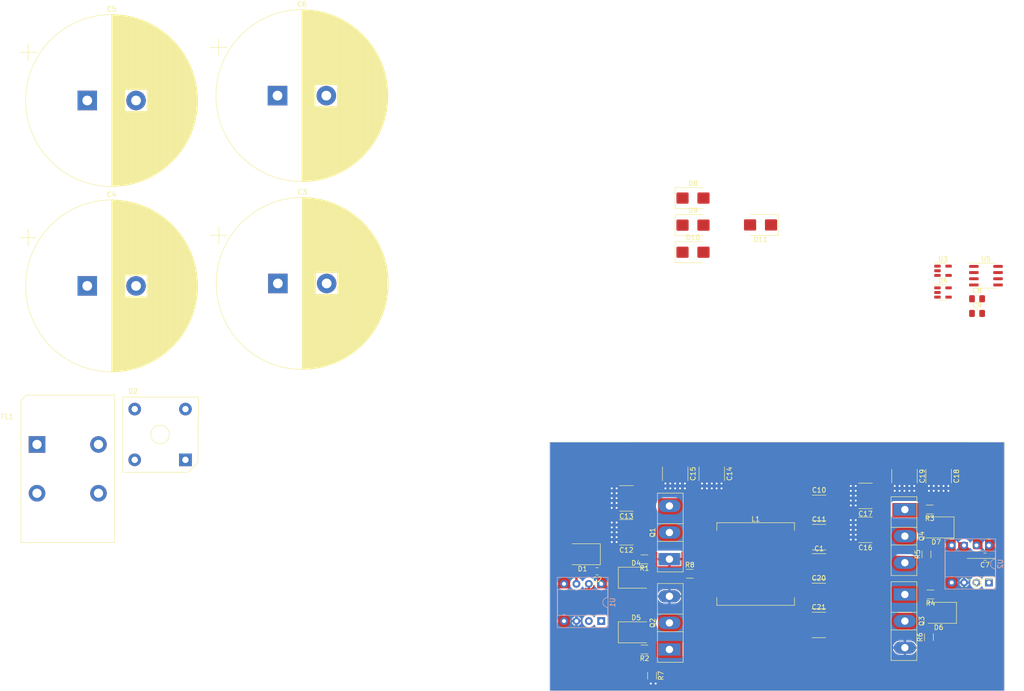
<source format=kicad_pcb>
(kicad_pcb (version 20221018) (generator pcbnew)
  (layers (0 "F.Cu" signal) (31 "B.Cu" signal) (34 "B.Paste" user) (35 "F.Paste" user) (36 "B.SilkS" user "B.Silkscreen") (37 "F.SilkS" user "F.Silkscreen") (38 "B.Mask" user) (39 "F.Mask" user) (44 "Edge.Cuts" user))
  (net 0 "")
  (net 1 "Net-(C1-Pad1)")
  (net 2 "/HB2")
  (net 3 "Net-(D1-K)")
  (net 4 "Net-(U1-VS)")
  (net 5 "VDC")
  (net 6 "GND")
  (net 7 "Net-(D3-K)")
  (net 8 "Net-(U2-VS)")
  (net 9 "Net-(U5-THR)")
  (net 10 "+12V")
  (net 11 "Net-(D1-A)")
  (net 12 "Net-(D2-Pad3)")
  (net 13 "Net-(D2-Pad4)")
  (net 14 "Net-(D3-A)")
  (net 15 "Net-(D4-K)")
  (net 16 "Net-(D5-K)")
  (net 17 "Net-(D6-K)")
  (net 18 "Net-(D7-K)")
  (net 19 "Net-(D10-K)")
  (net 20 "Net-(D8-A)")
  (net 21 "Net-(D11-A)")
  (net 22 "Net-(D10-A)")
  (net 23 "Net-(F1-Pad2)")
  (net 24 "NEUT")
  (net 25 "/HB1")
  (net 26 "PWM")
  (net 27 "Interrupter")
  (net 28 "{slash}PWM")
  (net 30 "Net-(U3-VCC)")
  (net 33 "/LS2_G")
  (net 34 "/HS2_G")
  (net 35 "/HS1_G")
  (net 36 "/LS1_G")
  (footprint "Package_TO_SOT_THT:TO-247-3_Vertical" (layer "F.Cu") (at 147.32 127 90)
    (fp_text reference "Q1" (at 5.45 -3.45 90) (layer "F.SilkS"))
    (fp_text value "IPW60R099P6XKSA1")
    (pad "1" thru_hole rect (at 0 0 90) (size 2.5 4.5) (drill 1.5) (layers "*.Cu" "*.Mask") (net 35 "/HS1_G"))
    (pad "2" thru_hole oval (at 5.45 0 90) (size 2.5 4.5) (drill 1.5) (layers "*.Cu" "*.Mask") (net 5 "VDC"))
    (pad "3" thru_hole oval (at 10.9 0 90) (size 2.5 4.5) (drill 1.5) (layers "*.Cu" "*.Mask") (net 25 "/HB1"))
  )
  (footprint "Capacitor_SMD:C_2220_5650Metric" (layer "F.Cu") (at 187.5 114.05 180)
    (fp_text reference "C17" (at 0 -3.65) (layer "F.SilkS"))
    (fp_text value "100n?")
    (pad "1" smd roundrect (at -2.55 0 180) (size 1.8 5.4) (layers "F.Cu" "F.Paste" "F.Mask") (roundrect_rratio 0.138889) (net 5 "VDC"))
    (pad "2" smd roundrect (at 2.55 0 180) (size 1.8 5.4) (layers "F.Cu" "F.Paste" "F.Mask") (roundrect_rratio 0.138889) (net 6 "GND"))
  )
  (footprint "Diode_SMD:D_SMB" (layer "F.Cu") (at 202.5 138 180)
    (fp_text reference "D6" (at 0 -3) (layer "F.SilkS"))
    (fp_text value "1n4148")
    (pad "1" smd roundrect (at -2.15 0 180) (size 2.5 2.3) (layers "F.Cu" "F.Paste" "F.Mask") (roundrect_rratio 0.1086956522) (net 17 "Net-(D6-K)"))
    (pad "2" smd roundrect (at 2.15 0 180) (size 2.5 2.3) (layers "F.Cu" "F.Paste" "F.Mask") (roundrect_rratio 0.1086956522) (net 33 "/LS2_G"))
  )
  (footprint "Capacitor_THT:CP_Radial_D35.0mm_P10.00mm_SnapIn" (layer "F.Cu") (at 28 33)
    (fp_text reference "C5" (at 5 -18.75) (layer "F.SilkS"))
    (fp_text value "330u")
    (pad "1" thru_hole rect (at 0 0) (size 4 4) (drill 2) (layers "*.Cu" "*.Mask") (net 5 "VDC"))
    (pad "2" thru_hole circle (at 10 0) (size 4 4) (drill 2) (layers "*.Cu" "*.Mask") (net 6 "GND"))
  )
  (footprint "Capacitor_SMD:C_2220_5650Metric" (layer "F.Cu") (at 177.95 140.5)
    (fp_text reference "C21" (at 0 -3.65) (layer "F.SilkS"))
    (fp_text value "100n")
    (pad "1" smd roundrect (at -2.55 0) (size 1.8 5.4) (layers "F.Cu" "F.Paste" "F.Mask") (roundrect_rratio 0.138889) (net 1 "Net-(C1-Pad1)"))
    (pad "2" smd roundrect (at 2.55 0) (size 1.8 5.4) (layers "F.Cu" "F.Paste" "F.Mask") (roundrect_rratio 0.138889) (net 2 "/HB2"))
  )
  (footprint "Capacitor_SMD:C_0805_2012Metric_Pad1.18x1.45mm_HandSolder" (layer "F.Cu") (at 212 126.5 180)
    (fp_text reference "C7" (at 0 -1.68) (layer "F.SilkS"))
    (fp_text value "100n")
    (pad "1" smd roundrect (at -1.0375 0 180) (size 1.175 1.45) (layers "F.Cu" "F.Paste" "F.Mask") (roundrect_rratio 0.212766) (net 7 "Net-(D3-K)"))
    (pad "2" smd roundrect (at 1.0375 0 180) (size 1.175 1.45) (layers "F.Cu" "F.Paste" "F.Mask") (roundrect_rratio 0.212766) (net 8 "Net-(U2-VS)"))
  )
  (footprint "Diode_SMD:D_SMB" (layer "F.Cu") (at 152.15 64.1)
    (fp_text reference "D10" (at 0 -3) (layer "F.SilkS"))
    (fp_text value "1n4148")
    (pad "1" smd roundrect (at -2.15 0) (size 2.5 2.3) (layers "F.Cu" "F.Paste" "F.Mask") (roundrect_rratio 0.1086956522) (net 19 "Net-(D10-K)"))
    (pad "2" smd roundrect (at 2.15 0) (size 2.5 2.3) (layers "F.Cu" "F.Paste" "F.Mask") (roundrect_rratio 0.1086956522) (net 22 "Net-(D10-A)"))
  )
  (footprint "Package_TO_SOT_THT:TO-247-3_Vertical" (layer "F.Cu") (at 195.58 134.25 -90)
    (fp_text reference "Q3" (at 5.45 -3.45 90) (layer "F.SilkS"))
    (fp_text value "IPW60R099P6XKSA1")
    (pad "1" thru_hole rect (at 0 0 270) (size 2.5 4.5) (drill 1.5) (layers "*.Cu" "*.Mask") (net 33 "/LS2_G"))
    (pad "2" thru_hole oval (at 5.45 0 270) (size 2.5 4.5) (drill 1.5) (layers "*.Cu" "*.Mask") (net 2 "/HB2"))
    (pad "3" thru_hole oval (at 10.9 0 270) (size 2.5 4.5) (drill 1.5) (layers "*.Cu" "*.Mask") (net 6 "GND"))
  )
  (footprint "Capacitor_SMD:C_2220_5650Metric" (layer "F.Cu") (at 138.5 121.5 180)
    (fp_text reference "C12" (at 0 -3.65) (layer "F.SilkS"))
    (fp_text value "100n?")
    (pad "1" smd roundrect (at -2.55 0 180) (size 1.8 5.4) (layers "F.Cu" "F.Paste" "F.Mask") (roundrect_rratio 0.138889) (net 5 "VDC"))
    (pad "2" smd roundrect (at 2.55 0 180) (size 1.8 5.4) (layers "F.Cu" "F.Paste" "F.Mask") (roundrect_rratio 0.138889) (net 6 "GND"))
  )
  (footprint "Diode_SMD:D_SMB" (layer "F.Cu") (at 166 58.5 180)
    (fp_text reference "D11" (at 0 -3) (layer "F.SilkS"))
    (fp_text value "1n4148")
    (pad "1" smd roundrect (at -2.15 0 180) (size 2.5 2.3) (layers "F.Cu" "F.Paste" "F.Mask") (roundrect_rratio 0.1086956522) (net 22 "Net-(D10-A)"))
    (pad "2" smd roundrect (at 2.15 0 180) (size 2.5 2.3) (layers "F.Cu" "F.Paste" "F.Mask") (roundrect_rratio 0.1086956522) (net 21 "Net-(D11-A)"))
  )
  (footprint "Package_TO_SOT_THT:TO-247-3_Vertical" (layer "F.Cu") (at 147.32 145.52 90)
    (fp_text reference "Q2" (at 5.45 -3.45 90) (layer "F.SilkS"))
    (fp_text value "IPW60R099P6XKSA1")
    (pad "1" thru_hole rect (at 0 0 90) (size 2.5 4.5) (drill 1.5) (layers "*.Cu" "*.Mask") (net 36 "/LS1_G"))
    (pad "2" thru_hole oval (at 5.45 0 90) (size 2.5 4.5) (drill 1.5) (layers "*.Cu" "*.Mask") (net 25 "/HB1"))
    (pad "3" thru_hole oval (at 10.9 0 90) (size 2.5 4.5) (drill 1.5) (layers "*.Cu" "*.Mask") (net 6 "GND"))
  )
  (footprint "Package_TO_SOT_SMD:SOT-23-5" (layer "F.Cu") (at 203.395 72.35)
    (fp_text reference "U4" (at 0 -2.4) (layer "F.SilkS"))
    (fp_text value "SN74LVC1G14DBV")
    (pad "1" smd roundrect (at -1.1375 -0.95) (size 1.325 0.6) (layers "F.Cu" "F.Paste" "F.Mask"))
    (pad "2" smd roundrect (at -1.1375 0) (size 1.325 0.6) (layers "F.Cu" "F.Paste" "F.Mask") (net 19 "Net-(D10-K)"))
    (pad "3" smd roundrect (at -1.1375 0.95) (size 1.325 0.6) (layers "F.Cu" "F.Paste" "F.Mask") (net 21 "Net-(D11-A)"))
    (pad "4" smd roundrect (at 1.1375 0.95) (size 1.325 0.6) (layers "F.Cu" "F.Paste" "F.Mask") (net 28 "{slash}PWM"))
    (pad "5" smd roundrect (at 1.1375 -0.95) (size 1.325 0.6) (layers "F.Cu" "F.Paste" "F.Mask") (net 30 "Net-(U3-VCC)"))
  )
  (footprint "Resistor_SMD:R_1206_3216Metric_Pad1.30x1.75mm_HandSolder" (layer "F.Cu") (at 200 126 90)
    (fp_text reference "R5" (at 0 -1.82 90) (layer "F.SilkS"))
    (fp_text value "10k")
    (pad "1" smd roundrect (at -1.55 0 90) (size 1.3 1.75) (layers "F.Cu" "F.Paste" "F.Mask") (roundrect_rratio 0.192308) (net 2 "/HB2"))
    (pad "2" smd roundrect (at 1.55 0 90) (size 1.3 1.75) (layers "F.Cu" "F.Paste" "F.Mask") (roundrect_rratio 0.192308) (net 34 "/HS2_G"))
  )
  (footprint "Diode_SMD:D_SMB" (layer "F.Cu") (at 140.5 130.81)
    (fp_text reference "D4" (at 0 -3) (layer "F.SilkS"))
    (fp_text value "1n4148")
    (pad "1" smd roundrect (at -2.15 0) (size 2.5 2.3) (layers "F.Cu" "F.Paste" "F.Mask") (roundrect_rratio 0.1086956522) (net 15 "Net-(D4-K)"))
    (pad "2" smd roundrect (at 2.15 0) (size 2.5 2.3) (layers "F.Cu" "F.Paste" "F.Mask") (roundrect_rratio 0.1086956522) (net 35 "/HS1_G"))
  )
  (footprint "Package_TO_SOT_THT:TO-247-3_Vertical" (layer "F.Cu") (at 195.58 116.84 -90)
    (fp_text reference "Q4" (at 5.45 -3.45 90) (layer "F.SilkS"))
    (fp_text value "IPW60R099P6XKSA1")
    (pad "1" thru_hole rect (at 0 0 270) (size 2.5 4.5) (drill 1.5) (layers "*.Cu" "*.Mask") (net 34 "/HS2_G"))
    (pad "2" thru_hole oval (at 5.45 0 270) (size 2.5 4.5) (drill 1.5) (layers "*.Cu" "*.Mask") (net 5 "VDC"))
    (pad "3" thru_hole oval (at 10.9 0 270) (size 2.5 4.5) (drill 1.5) (layers "*.Cu" "*.Mask") (net 2 "/HB2"))
  )
  (footprint "Diode_SMD:D_SMB" (layer "F.Cu") (at 202 120.5 180)
    (fp_text reference "D7" (at 0 -3) (layer "F.SilkS"))
    (fp_text value "1n4148")
    (pad "1" smd roundrect (at -2.15 0 180) (size 2.5 2.3) (layers "F.Cu" "F.Paste" "F.Mask") (roundrect_rratio 0.1086956522) (net 18 "Net-(D7-K)"))
    (pad "2" smd roundrect (at 2.15 0 180) (size 2.5 2.3) (layers "F.Cu" "F.Paste" "F.Mask") (roundrect_rratio 0.1086956522) (net 34 "/HS2_G"))
  )
  (footprint "Diode_SMD:D_SMB" (layer "F.Cu") (at 152.15 58.55)
    (fp_text reference "D9" (at 0 -3) (layer "F.SilkS"))
    (fp_text value "1n4148")
    (pad "1" smd roundrect (at -2.15 0) (size 2.5 2.3) (layers "F.Cu" "F.Paste" "F.Mask") (roundrect_rratio 0.1086956522) (net 20 "Net-(D8-A)"))
    (pad "2" smd roundrect (at 2.15 0) (size 2.5 2.3) (layers "F.Cu" "F.Paste" "F.Mask") (roundrect_rratio 0.1086956522) (net 21 "Net-(D11-A)"))
  )
  (footprint "Capacitor_SMD:C_2220_5650Metric" (layer "F.Cu") (at 178 122.5)
    (fp_text reference "C11" (at 0 -3.65) (layer "F.SilkS"))
    (fp_text value "100n")
    (pad "1" smd roundrect (at -2.55 0) (size 1.8 5.4) (layers "F.Cu" "F.Paste" "F.Mask") (roundrect_rratio 0.138889) (net 1 "Net-(C1-Pad1)"))
    (pad "2" smd roundrect (at 2.55 0) (size 1.8 5.4) (layers "F.Cu" "F.Paste" "F.Mask") (roundrect_rratio 0.138889) (net 2 "/HB2"))
  )
  (footprint "Capacitor_SMD:C_2220_5650Metric" (layer "F.Cu") (at 178 128.5)
    (fp_text reference "C1" (at 0 -3.65) (layer "F.SilkS"))
    (fp_text value "100n")
    (pad "1" smd roundrect (at -2.55 0) (size 1.8 5.4) (layers "F.Cu" "F.Paste" "F.Mask") (roundrect_rratio 0.138889) (net 1 "Net-(C1-Pad1)"))
    (pad "2" smd roundrect (at 2.55 0) (size 1.8 5.4) (layers "F.Cu" "F.Paste" "F.Mask") (roundrect_rratio 0.138889) (net 2 "/HB2"))
  )
  (footprint "Package_SO:SOIC-8_3.9x4.9mm_P1.27mm" (layer "F.Cu") (at 212.195 68.9)
    (fp_text reference "U5" (at 0 -3.4) (layer "F.SilkS"))
    (fp_text value "NE555D")
    (pad "1" smd roundrect (at -2.475 -1.905) (size 1.95 0.6) (layers "F.Cu" "F.Paste" "F.Mask") (net 6 "GND"))
    (pad "2" smd roundrect (at -2.475 -0.635) (size 1.95 0.6) (layers "F.Cu" "F.Paste" "F.Mask") (net 9 "Net-(U5-THR)"))
    (pad "3" smd roundrect (at -2.475 0.635) (size 1.95 0.6) (layers "F.Cu" "F.Paste" "F.Mask") (net 27 "Interrupter"))
    (pad "4" smd roundrect (at -2.475 1.905) (size 1.95 0.6) (layers "F.Cu" "F.Paste" "F.Mask") (net 10 "+12V"))
    (pad "5" smd roundrect (at 2.475 1.905) (size 1.95 0.6) (layers "F.Cu" "F.Paste" "F.Mask"))
    (pad "6" smd roundrect (at 2.475 0.635) (size 1.95 0.6) (layers "F.Cu" "F.Paste" "F.Mask") (net 9 "Net-(U5-THR)"))
    (pad "7" smd roundrect (at 2.475 -0.635) (size 1.95 0.6) (layers "F.Cu" "F.Paste" "F.Mask") (net 6 "GND"))
    (pad "8" smd roundrect (at 2.475 -1.905) (size 1.95 0.6) (layers "F.Cu" "F.Paste" "F.Mask") (net 10 "+12V"))
  )
  (footprint "Resistor_SMD:R_1206_3216Metric_Pad1.30x1.75mm_HandSolder" (layer "F.Cu") (at 142.223322 145.530476 180)
    (fp_text reference "R2" (at 0 -1.82) (layer "F.SilkS"))
    (fp_text value "22")
    (pad "1" smd roundrect (at -1.55 0 180) (size 1.3 1.75) (layers "F.Cu" "F.Paste" "F.Mask") (roundrect_rratio 0.192308) (net 36 "/LS1_G"))
    (pad "2" smd roundrect (at 1.55 0 180) (size 1.3 1.75) (layers "F.Cu" "F.Paste" "F.Mask") (roundrect_rratio 0.192308) (net 16 "Net-(D5-K)"))
  )
  (footprint "Capacitor_SMD:C_2220_5650Metric" (layer "F.Cu") (at 178 116.5)
    (fp_text reference "C10" (at 0 -3.65) (layer "F.SilkS"))
    (fp_text value "100n")
    (pad "1" smd roundrect (at -2.55 0) (size 1.8 5.4) (layers "F.Cu" "F.Paste" "F.Mask") (roundrect_rratio 0.138889) (net 1 "Net-(C1-Pad1)"))
    (pad "2" smd roundrect (at 2.55 0) (size 1.8 5.4) (layers "F.Cu" "F.Paste" "F.Mask") (roundrect_rratio 0.138889) (net 2 "/HB2"))
  )
  (footprint "Resistor_SMD:R_1206_3216Metric_Pad1.30x1.75mm_HandSolder" (layer "F.Cu") (at 151.5 130)
    (fp_text reference "R8" (at 0 -1.82) (layer "F.SilkS"))
    (fp_text value "10k")
    (pad "1" smd roundrect (at -1.55 0) (size 1.3 1.75) (layers "F.Cu" "F.Paste" "F.Mask") (roundrect_rratio 0.192308) (net 35 "/HS1_G"))
    (pad "2" smd roundrect (at 1.55 0) (size 1.3 1.75) (layers "F.Cu" "F.Paste" "F.Mask") (roundrect_rratio 0.192308) (net 25 "/HB1"))
  )
  (footprint "Diode_SMD:D_SMB" (layer "F.Cu") (at 140.5 142)
    (fp_text reference "D5" (at 0 -3) (layer "F.SilkS"))
    (fp_text value "1n4148")
    (pad "1" smd roundrect (at -2.15 0) (size 2.5 2.3) (layers "F.Cu" "F.Paste" "F.Mask") (roundrect_rratio 0.1086956522) (net 16 "Net-(D5-K)"))
    (pad "2" smd roundrect (at 2.15 0) (size 2.5 2.3) (layers "F.Cu" "F.Paste" "F.Mask") (roundrect_rratio 0.1086956522) (net 36 "/LS1_G"))
  )
  (footprint "Diode_SMD:D_SMB" (layer "F.Cu") (at 152.15 53)
    (fp_text reference "D8" (at 0 -3) (layer "F.SilkS"))
    (fp_text value "1n4148")
    (pad "1" smd roundrect (at -2.15 0) (size 2.5 2.3) (layers "F.Cu" "F.Paste" "F.Mask") (roundrect_rratio 0.1086956522) (net 19 "Net-(D10-K)"))
    (pad "2" smd roundrect (at 2.15 0) (size 2.5 2.3) (layers "F.Cu" "F.Paste" "F.Mask") (roundrect_rratio 0.1086956522) (net 20 "Net-(D8-A)"))
  )
  (footprint "Capacitor_SMD:C_2220_5650Metric" (layer "F.Cu") (at 148.5 109.5 -90)
    (fp_text reference "C15" (at 0 -3.65 -270) (layer "F.SilkS"))
    (fp_text value "100n?")
    (pad "1" smd roundrect (at -2.55 0 270) (size 1.8 5.4) (layers "F.Cu" "F.Paste" "F.Mask") (roundrect_rratio 0.138889) (net 5 "VDC"))
    (pad "2" smd roundrect (at 2.55 0 270) (size 1.8 5.4) (layers "F.Cu" "F.Paste" "F.Mask") (roundrect_rratio 0.138889) (net 6 "GND"))
  )
  (footprint "Capacitor_SMD:C_0805_2012Metric_Pad1.18x1.45mm_HandSolder" (layer "F.Cu") (at 210.375 73.63)
    (fp_text reference "C8" (at 0 -1.68) (layer "F.SilkS"))
    (fp_text value "C")
    (pad "1" smd roundrect (at -1.0375 0) (size 1.175 1.45) (layers "F.Cu" "F.Paste" "F.Mask") (roundrect_rratio 0.212766) (net 9 "Net-(U5-THR)"))
    (pad "2" smd roundrect (at 1.0375 0) (size 1.175 1.45) (layers "F.Cu" "F.Paste" "F.Mask") (roundrect_rratio 0.212766) (net 6 "GND"))
  )
  (footprint "Resistor_SMD:R_1206_3216Metric_Pad1.30x1.75mm_HandSolder" (layer "F.Cu") (at 200.5 143 90)
    (fp_text reference "R6" (at 0 -1.82 90) (layer "F.SilkS"))
    (fp_text value "10k")
    (pad "1" smd roundrect (at -1.55 0 90) (size 1.3 1.75) (layers "F.Cu" "F.Paste" "F.Mask") (roundrect_rratio 0.192308) (net 6 "GND"))
    (pad "2" smd roundrect (at 1.55 0 90) (size 1.3 1.75) (layers "F.Cu" "F.Paste" "F.Mask") (roundrect_rratio 0.192308) (net 33 "/LS2_G"))
  )
  (footprint "Diode_SMD:D_SMB" (layer "F.Cu") (at 129.5 126 180)
    (fp_text reference "D1" (at 0 -3) (layer "F.SilkS"))
    (fp_text value "STTH2R06")
    (pad "1" smd roundrect (at -2.15 0 180) (size 2.5 2.3) (layers "F.Cu" "F.Paste" "F.Mask") (roundrect_rratio 0.1086956522) (net 3 "Net-(D1-K)"))
    (pad "2" smd roundrect (at 2.15 0 180) (size 2.5 2.3) (layers "F.Cu" "F.Paste" "F.Mask") (roundrect_rratio 0.1086956522) (net 11 "Net-(D1-A)"))
  )
  (footprint "Capacitor_SMD:C_2220_5650Metric" (layer "F.Cu") (at 156 109.5 -90)
    (fp_text reference "C14" (at 0 -3.65 -270) (layer "F.SilkS"))
    (fp_text value "100n?")
    (pad "1" smd roundrect (at -2.55 0 270) (size 1.8 5.4) (layers "F.Cu" "F.Paste" "F.Mask") (roundrect_rratio 0.138889) (net 5 "VDC"))
    (pad "2" smd roundrect (at 2.55 0 270) (size 1.8 5.4) (layers "F.Cu" "F.Paste" "F.Mask") (roundrect_rratio 0.138889) (net 6 "GND"))
  )
  (footprint "Capacitor_SMD:C_0805_2012Metric_Pad1.18x1.45mm_HandSolder" (layer "F.Cu") (at 210.375 76.64)
    (fp_text reference "C9" (at 0 -1.68) (layer "F.SilkS"))
    (fp_text value "C")
    (pad "1" smd roundrect (at -1.0375 0) (size 1.175 1.45) (layers "F.Cu" "F.Paste" "F.Mask") (roundrect_rratio 0.212766) (net 10 "+12V"))
    (pad "2" smd roundrect (at 1.0375 0) (size 1.175 1.45) (layers "F.Cu" "F.Paste" "F.Mask") (roundrect_rratio 0.212766) (net 6 "GND"))
  )
  (footprint "Resistor_SMD:R_1206_3216Metric_Pad1.30x1.75mm_HandSolder" (layer "F.Cu") (at 142.204348 127.041693 180)
    (fp_text reference "R1" (at 0 -1.82) (layer "F.SilkS"))
    (fp_text value "22")
    (pad "1" smd roundrect (at -1.55 0 180) (size 1.3 1.75) (layers "F.Cu" "F.Paste" "F.Mask") (roundrect_rratio 0.192308) (net 35 "/HS1_G"))
    (pad "2" smd roundrect (at 1.55 0 180) (size 1.3 1.75) (layers "F.Cu" "F.Paste" "F.Mask") (roundrect_rratio 0.192308) (net 15 "Net-(D4-K)"))
  )
  (footprint "Capacitor_SMD:C_2220_5650Metric" (layer "F.Cu") (at 187.5 121 180)
    (fp_text reference "C16" (at 0 -3.65) (layer "F.SilkS"))
    (fp_text value "100n?")
    (pad "1" smd roundrect (at -2.55 0 180) (size 1.8 5.4) (layers "F.Cu" "F.Paste" "F.Mask") (roundrect_rratio 0.138889) (net 5 "VDC"))
    (pad "2" smd roundrect (at 2.55 0 180) (size 1.8 5.4) (layers "F.Cu" "F.Paste" "F.Mask") (roundrect_rratio 0.138889) (net 6 "GND"))
  )
  (footprint "Diode_THT:Diode_Bridge_Vishay_KBPC6" (layer "F.Cu") (at 48.125 106.65 180)
    (fp_text reference "D2" (at 10.75 14.05) (layer "F.SilkS"))
    (fp_text value "D_Bridge_+-AA")
    (pad "1" thru_hole rect (at 0 0 180) (size 2.6 2.6) (drill 1.3) (layers "*.Cu" "*.Mask") (net 5 "VDC"))
    (pad "2" thru_hole circle (at 0 10.4 180) (size 2.6 2.6) (drill 1.3) (layers "*.Cu" "*.Mask") (net 6 "GND"))
    (pad "3" thru_hole circle (at 10.4 10.4 180) (size 2.6 2.6) (drill 1.3) (layers "*.Cu" "*.Mask") (net 12 "Net-(D2-Pad3)"))
    (pad "4" thru_hole circle (at 10.4 0 180) (size 2.6 2.6) (drill 1.3) (layers "*.Cu" "*.Mask") (net 13 "Net-(D2-Pad4)"))
  )
  (footprint "Resistor_SMD:R_1206_3216Metric_Pad1.30x1.75mm_HandSolder" (layer "F.Cu") (at 200.687313 116.831661 180)
    (fp_text reference "R3" (at 0 -1.82) (layer "F.SilkS"))
    (fp_text value "22")
    (pad "1" smd roundrect (at -1.55 0 180) (size 1.3 1.75) (layers "F.Cu" "F.Paste" "F.Mask") (roundrect_rratio 0.192308) (net 18 "Net-(D7-K)"))
    (pad "2" smd roundrect (at 1.55 0 180) (size 1.3 1.75) (layers "F.Cu" "F.Paste" "F.Mask") (roundrect_rratio 0.192308) (net 34 "/HS2_G"))
  )
  (footprint "Capacitor_SMD:C_2220_5650Metric" (layer "F.Cu") (at 195.5 110 -90)
    (fp_text reference "C19" (at 0 -3.65 90) (layer "F.SilkS"))
    (fp_text value "100n?")
    (pad "1" smd roundrect (at -2.55 0 270) (size 1.8 5.4) (layers "F.Cu" "F.Paste" "F.Mask") (roundrect_rratio 0.138889) (net 5 "VDC"))
    (pad "2" smd roundrect (at 2.55 0 270) (size 1.8 5.4) (layers "F.Cu" "F.Paste" "F.Mask") (roundrect_rratio 0.138889) (net 6 "GND"))
  )
  (footprint "Resistor_SMD:R_1206_3216Metric_Pad1.30x1.75mm_HandSolder" (layer "F.Cu") (at 200.84652 134.244238 180)
    (fp_text reference "R4" (at 0 -1.82) (layer "F.SilkS"))
    (fp_text value "22")
    (pad "1" smd roundrect (at -1.55 0 180) (size 1.3 1.75) (layers "F.Cu" "F.Paste" "F.Mask") (roundrect_rratio 0.192308) (net 17 "Net-(D6-K)"))
    (pad "2" smd roundrect (at 1.55 0 180) (size 1.3 1.75) (layers "F.Cu" "F.Paste" "F.Mask") (roundrect_rratio 0.192308) (net 33 "/LS2_G"))
  )
  (footprint "Diode_SMD:D_SMB" (layer "F.Cu") (at 210.5 129 180)
    (fp_text reference "D3" (at 0 -3) (layer "F.SilkS"))
    (fp_text value "STTH2R06")
    (pad "1" smd roundrect (at -2.15 0 180) (size 2.5 2.3) (layers "F.Cu" "F.Paste" "F.Mask") (roundrect_rratio 0.1086956522) (net 7 "Net-(D3-K)"))
    (pad "2" smd roundrect (at 2.15 0 180) (size 2.5 2.3) (layers "F.Cu" "F.Paste" "F.Mask") (roundrect_rratio 0.1086956522) (net 14 "Net-(D3-A)"))
  )
  (footprint "Capacitor_THT:CP_Radial_D35.0mm_P10.00mm_SnapIn" (layer "F.Cu") (at 67 32)
    (fp_text reference "C6" (at 5 -18.75) (layer "F.SilkS"))
    (fp_text value "330u")
    (pad "1" thru_hole rect (at 0 0) (size 4 4) (drill 2) (layers "*.Cu" "*.Mask") (net 5 "VDC"))
    (pad "2" thru_hole circle (at 10 0) (size 4 4) (drill 2) (layers "*.Cu" "*.Mask") (net 6 "GND"))
  )
  (footprint "Resistor_SMD:R_1206_3216Metric_Pad1.30x1.75mm_HandSolder" (layer "F.Cu") (at 143.766856 150.885651 -90)
    (fp_text reference "R7" (at 0 -1.82 90) (layer "F.SilkS"))
    (fp_text value "10k")
    (pad "1" smd roundrect (at -1.55 0 270) (size 1.3 1.75) (layers "F.Cu" "F.Paste" "F.Mask") (roundrect_rratio 0.192308) (net 36 "/LS1_G"))
    (pad "2" smd roundrect (at 1.55 0 270) (size 1.3 1.75) (layers "F.Cu" "F.Paste" "F.Mask") (roundrect_rratio 0.192308) (net 6 "GND"))
  )
  (footprint "Inductor_THT:L_CommonMode_PulseElectronics_PH9455x155NL_1" (layer "F.Cu") (at 17.7 103.5)
    (fp_text reference "FL1" (at -6.15 -5.7 unlocked) (layer "F.SilkS"))
    (fp_text value "Filter_EMI_CommonMode")
    (pad "1" thru_hole rect (at 0 0) (size 3.4 3.4) (drill 1.9) (layers "*.Cu" "*.Mask") (net 23 "Net-(F1-Pad2)"))
    (pad "2" thru_hole circle (at 0 10) (size 3.4 3.4) (drill 1.9) (layers "*.Cu" "*.Mask") (net 13 "Net-(D2-Pad4)"))
    (pad "3" thru_hole circle (at 12.6 10) (size 3.4 3.4) (drill 1.9) (layers "*.Cu" "*.Mask") (net 24 "NEUT"))
    (pad "4" thru_hole circle (at 12.6 0) (size 3.4 3.4) (drill 1.9) (layers "*.Cu" "*.Mask") (net 12 "Net-(D2-Pad3)"))
  )
  (footprint "Capacitor_SMD:C_2220_5650Metric" (layer "F.Cu") (at 138.5 114.55 180)
    (fp_text reference "C13" (at 0 -3.65) (layer "F.SilkS"))
    (fp_text value "100n?")
    (pad "1" smd roundrect (at -2.55 0 180) (size 1.8 5.4) (layers "F.Cu" "F.Paste" "F.Mask") (roundrect_rratio 0.138889) (net 5 "VDC"))
    (pad "2" smd roundrect (at 2.55 0 180) (size 1.8 5.4) (layers "F.Cu" "F.Paste" "F.Mask") (roundrect_rratio 0.138889) (net 6 "GND"))
  )
  (footprint "Capacitor_SMD:C_2220_5650Metric" (layer "F.Cu") (at 202.5 110 -90)
    (fp_text reference "C18" (at 0 -3.65 90) (layer "F.SilkS"))
    (fp_text value "100n?")
    (pad "1" smd roundrect (at -2.55 0 270) (size 1.8 5.4) (layers "F.Cu" "F.Paste" "F.Mask") (roundrect_rratio 0.138889) (net 5 "VDC"))
    (pad "2" smd roundrect (at 2.55 0 270) (size 1.8 5.4) (layers "F.Cu" "F.Paste" "F.Mask") (roundrect_rratio 0.138889) (net 6 "GND"))
  )
  (footprint "Capacitor_THT:CP_Radial_D35.0mm_P10.00mm_SnapIn" (layer "F.Cu") (at 67.069501 70.5)
    (fp_text reference "C3" (at 5 -18.75) (layer "F.SilkS"))
    (fp_text value "330u")
    (pad "1" thru_hole rect (at 0 0) (size 4 4) (drill 2) (layers "*.Cu" "*.Mask") (net 5 "VDC"))
    (pad "2" thru_hole circle (at 10 0) (size 4 4) (drill 2) (layers "*.Cu" "*.Mask") (net 6 "GND"))
  )
  (footprint "Capacitor_THT:CP_Radial_D35.0mm_P10.00mm_SnapIn" (layer "F.Cu") (at 28 71)
    (fp_text reference "C4" (at 5 -18.75) (layer "F.SilkS"))
    (fp_text value "330u")
    (pad "1" thru_hole rect (at 0 0) (size 4 4) (drill 2) (layers "*.Cu" "*.Mask") (net 5 "VDC"))
    (pad "2" thru_hole circle (at 10 0) (size 4 4) (drill 2) (layers "*.Cu" "*.Mask") (net 6 "GND"))
  )
  (footprint "Capacitor_SMD:C_0805_2012Metric_Pad1.18x1.45mm_HandSolder" (layer "F.Cu") (at 132.5 129.5 180)
    (fp_text reference "C2" (at 0 -1.68) (layer "F.SilkS"))
    (fp_text value "100n")
    (pad "1" smd roundrect (at -1.0375 0 180) (size 1.175 1.45) (layers "F.Cu" "F.Paste" "F.Mask") (roundrect_rratio 0.212766) (net 3 "Net-(D1-K)"))
    (pad "2" smd roundrect (at 1.0375 0 180) (size 1.175 1.45) (layers "F.Cu" "F.Paste" "F.Mask") (roundrect_rratio 0.212766) (net 4 "Net-(U1-VS)"))
  )
  (footprint "Capacitor_SMD:C_2220_5650Metric" (layer "F.Cu") (at 177.95 134.55)
    (fp_text reference "C20" (at 0 -3.65) (layer "F.SilkS"))
    (fp_text value "100n")
    (pad "1" smd roundrect (at -2.55 0) (size 1.8 5.4) (layers "F.Cu" "F.Paste" "F.Mask") (roundrect_rratio 0.138889) (net 1 "Net-(C1-Pad1)"))
    (pad "2" smd roundrect (at 2.55 0) (size 1.8 5.4) (layers "F.Cu" "F.Paste" "F.Mask") (roundrect_rratio 0.138889) (net 2 "/HB2"))
  )
  (footprint "Inductor_SMD:L_Coilcraft_XAL1510-472" (layer "F.Cu") (at 165 128)
    (fp_text reference "L1" (at 0 -9.2) (layer "F.SilkS"))
    (fp_text value "?")
    (pad "1" smd rect (at -5.3 0) (size 3.18 13.2) (layers "F.Cu" "F.Paste" "F.Mask") (net 25 "/HB1"))
    (pad "2" smd rect (at 5.3 0) (size 3.18 13.2) (layers "F.Cu" "F.Paste" "F.Mask") (net 1 "Net-(C1-Pad1)"))
  )
  (footprint "Package_TO_SOT_SMD:SOT-23-5" (layer "F.Cu") (at 203.395 67.9)
    (fp_text reference "U3" (at 0 -2.4) (layer "F.SilkS"))
    (fp_text value "SN74LVC1G14DBV")
    (pad "1" smd roundrect (at -1.1375 -0.95) (size 1.325 0.6) (layers "F.Cu" "F.Paste" "F.Mask"))
    (pad "2" smd roundrect (at -1.1375 0) (size 1.325 0.6) (layers "F.Cu" "F.Paste" "F.Mask") (net 28 "{slash}PWM"))
    (pad "3" smd roundrect (at -1.1375 0.95) (size 1.325 0.6) (layers "F.Cu" "F.Paste" "F.Mask") (net 21 "Net-(D11-A)"))
    (pad "4" smd roundrect (at 1.1375 0.95) (size 1.325 0.6) (layers "F.Cu" "F.Paste" "F.Mask") (net 26 "PWM"))
    (pad "5" smd roundrect (at 1.1375 -0.95) (size 1.325 0.6) (layers "F.Cu" "F.Paste" "F.Mask") (net 30 "Net-(U3-VCC)"))
  )
  (footprint "Package_DIP:DIP-8_W7.62mm_Socket" (layer "B.Cu") (at 212.8 131.8 90)
    (fp_text reference "U2" (at 3.81 2.33 90) (layer "B.SilkS") (effects (justify mirror)))
    (fp_text value "IR2184")
    (pad "1" thru_hole rect (at 0 0 90) (size 1.6 1.6) (drill 0.8) (layers "*.Cu" "*.Mask") (net 28 "{slash}PWM"))
    (pad "2" thru_hole oval (at 0 -2.54 90) (size 1.6 1.6) (drill 0.8) (layers "*.Cu" "*.Mask") (net 27 "Interrupter"))
    (pad "3" thru_hole oval (at 0 -5.08 90) (size 1.6 1.6) (drill 0.8) (layers "*.Cu" "*.Mask") (net 6 "GND"))
    (pad "4" thru_hole oval (at 0 -7.62 90) (size 1.6 1.6) (drill 0.8) (layers "*.Cu" "*.Mask") (net 17 "Net-(D6-K)"))
    (pad "5" thru_hole oval (at 7.62 -7.62 90) (size 1.6 1.6) (drill 0.8) (layers "*.Cu" "*.Mask") (net 14 "Net-(D3-A)"))
    (pad "6" thru_hole oval (at 7.62 -5.08 90) (size 1.6 1.6) (drill 0.8) (layers "*.Cu" "*.Mask") (net 8 "Net-(U2-VS)"))
    (pad "7" thru_hole oval (at 7.62 -2.54 90) (size 1.6 1.6) (drill 0.8) (layers "*.Cu" "*.Mask") (net 18 "Net-(D7-K)"))
    (pad "8" thru_hole oval (at 7.62 0 90) (size 1.6 1.6) (drill 0.8) (layers "*.Cu" "*.Mask") (net 7 "Net-(D3-K)"))
  )
  (footprint "Package_DIP:DIP-8_W7.62mm_Socket" (layer "B.Cu") (at 133.34 139.69 90)
    (fp_text reference "U1" (at 3.81 2.33 90) (layer "B.SilkS") (effects (justify mirror)))
    (fp_text value "IR2184")
    (pad "1" thru_hole rect (at 0 0 90) (size 1.6 1.6) (drill 0.8) (layers "*.Cu" "*.Mask") (net 26 "PWM"))
    (pad "2" thru_hole oval (at 0 -2.54 90) (size 1.6 1.6) (drill 0.8) (layers "*.Cu" "*.Mask") (net 27 "Interrupter"))
    (pad "3" thru_hole oval (at 0 -5.08 90) (size 1.6 1.6) (drill 0.8) (layers "*.Cu" "*.Mask") (net 6 "GND"))
    (pad "4" thru_hole oval (at 0 -7.62 90) (size 1.6 1.6) (drill 0.8) (layers "*.Cu" "*.Mask") (net 16 "Net-(D5-K)"))
    (pad "5" thru_hole oval (at 7.62 -7.62 90) (size 1.6 1.6) (drill 0.8) (layers "*.Cu" "*.Mask") (net 11 "Net-(D1-A)"))
    (pad "6" thru_hole oval (at 7.62 -5.08 90) (size 1.6 1.6) (drill 0.8) (layers "*.Cu" "*.Mask") (net 4 "Net-(U1-VS)"))
    (pad "7" thru_hole oval (at 7.62 -2.54 90) (size 1.6 1.6) (drill 0.8) (layers "*.Cu" "*.Mask") (net 15 "Net-(D4-K)"))
    (pad "8" thru_hole oval (at 7.62 0 90) (size 1.6 1.6) (drill 0.8) (layers "*.Cu" "*.Mask") (net 3 "Net-(D1-K)"))
  )
  (gr_rect (start 122.8 103.02) (end 215.98 153.98) (stroke (width 0.1)) (fill none) (layer "Edge.Cuts"))
  (via (at 135.5 116.5) (size 0.8) (drill 0.4) (layers "F.Cu" "B.Cu") (net 6))
  (via (at 184.5 123) (size 0.8) (drill 0.4) (layers "F.Cu" "B.Cu") (net 6))
  (via (at 184.5 116) (size 0.8) (drill 0.4) (layers "F.Cu" "B.Cu") (net 6))
  (via (at 194.5 113) (size 0.8) (drill 0.4) (layers "F.Cu" "B.Cu") (net 6))
  (via (at 149.5 111.5) (size 0.8) (drill 0.4) (layers "F.Cu" "B.Cu") (net 6))
  (via (at 156 112.5) (size 0.8) (drill 0.4) (layers "F.Cu" "B.Cu") (net 6))
  (via (at 135.5 115.5) (size 0.8) (drill 0.4) (layers "F.Cu" "B.Cu") (net 6))
  (via (at 197.5 113) (size 0.8) (drill 0.4) (layers "F.Cu" "B.Cu") (net 6))
  (via (at 185.5 116) (size 0.8) (drill 0.4) (layers "F.Cu" "B.Cu") (net 6))
  (via (at 184.5 119) (size 0.8) (drill 0.4) (layers "F.Cu" "B.Cu") (net 6))
  (via (at 197.5 112) (size 0.8) (drill 0.4) (layers "F.Cu" "B.Cu") (net 6))
  (via (at 147.5 111.5) (size 0.8) (drill 0.4) (layers "F.Cu" "B.Cu") (net 6))
  (via (at 184.5 122) (size 0.8) (drill 0.4) (layers "F.Cu" "B.Cu") (net 6))
  (via (at 136.5 112.5) (size 0.8) (drill 0.4) (layers "F.Cu" "B.Cu") (net 6))
  (via (at 135.5 113.5) (size 0.8) (drill 0.4) (layers "F.Cu" "B.Cu") (net 6))
  (via (at 193.5 112) (size 0.8) (drill 0.4) (layers "F.Cu" "B.Cu") (net 6))
  (via (at 154 112.5) (size 0.8) (drill 0.4) (layers "F.Cu" "B.Cu") (net 6))
  (via (at 184.5 120) (size 0.8) (drill 0.4) (layers "F.Cu" "B.Cu") (net 6))
  (via (at 184.5 112) (size 0.8) (drill 0.4) (layers "F.Cu" "B.Cu") (net 6))
  (via (at 136.5 115.5) (size 0.8) (drill 0.4) (layers "F.Cu" "B.Cu") (net 6))
  (via (at 185.5 119) (size 0.8) (drill 0.4) (layers "F.Cu" "B.Cu") (net 6))
  (via (at 136.5 123.5) (size 0.8) (drill 0.4) (layers "F.Cu" "B.Cu") (net 6))
  (via (at 184.5 115) (size 0.8) (drill 0.4) (layers "F.Cu" "B.Cu") (net 6))
  (via (at 150.5 111.5) (size 0.8) (drill 0.4) (layers "F.Cu" "B.Cu") (net 6))
  (via (at 158 112.5) (size 0.8) (drill 0.4) (layers "F.Cu" "B.Cu") (net 6))
  (via (at 136.5 122.5) (size 0.8) (drill 0.4) (layers "F.Cu" "B.Cu") (net 6))
  (via (at 155 111.5) (size 0.8) (drill 0.4) (layers "F.Cu" "B.Cu") (net 6))
  (via (at 135.5 122.5) (size 0.8) (drill 0.4) (layers "F.Cu" "B.Cu") (net 6))
  (via (at 158 111.5) (size 0.8) (drill 0.4) (layers "F.Cu" "B.Cu") (net 6))
  (via (at 146.5 111.5) (size 0.8) (drill 0.4) (layers "F.Cu" "B.Cu") (net 6))
  (via (at 185.5 123) (size 0.8) (drill 0.4) (layers "F.Cu" "B.Cu") (net 6))
  (via (at 157 112.5) (size 0.8) (drill 0.4) (layers "F.Cu" "B.Cu") (net 6))
  (via (at 204.5 112) (size 0.8) (drill 0.4) (layers "F.Cu" "B.Cu") (net 6))
  (via (at 136.5 116.5) (size 0.8) (drill 0.4) (layers "F.Cu" "B.Cu") (net 6))
  (via (at 194.5 112) (size 0.8) (drill 0.4) (layers "F.Cu" "B.Cu") (net 6))
  (via (at 184.5 114) (size 0.8) (drill 0.4) (layers "F.Cu" "B.Cu") (net 6))
  (via (at 202.5 113) (size 0.8) (drill 0.4) (layers "F.Cu" "B.Cu") (net 6))
  (via (at 204.5 113) (size 0.8) (drill 0.4) (layers "F.Cu" "B.Cu") (net 6))
  (via (at 184.5 121) (size 0.8) (drill 0.4) (layers "F.Cu" "B.Cu") (net 6))
  (via (at 195.5 113) (size 0.8) (drill 0.4) (layers "F.Cu" "B.Cu") (net 6))
  (via (at 136.5 113.5) (size 0.8) (drill 0.4) (layers "F.Cu" "B.Cu") (net 6))
  (via (at 185.5 120) (size 0.8) (drill 0.4) (layers "F.Cu" "B.Cu") (net 6))
  (via (at 155 112.5) (size 0.8) (drill 0.4) (layers "F.Cu" "B.Cu") (net 6))
  (via (at 196.5 112) (size 0.8) (drill 0.4) (layers "F.Cu" "B.Cu") (net 6))
  (via (at 185.5 115) (size 0.8) (drill 0.4) (layers "F.Cu" "B.Cu") (net 6))
  (via (at 136.5 121.5) (size 0.8) (drill 0.4) (layers "F.Cu" "B.Cu") (net 6))
  (via (at 200.5 113) (size 0.8) (drill 0.4) (layers "F.Cu" "B.Cu") (net 6))
  (via (at 185.5 114) (size 0.8) (drill 0.4) (layers "F.Cu" "B.Cu") (net 6))
  (via (at 185.5 112) (size 0.8) (drill 0.4) (layers "F.Cu" "B.Cu") (net 6))
  (via (at 148.5 111.5) (size 0.8) (drill 0.4) (layers "F.Cu" "B.Cu") (net 6))
  (via (at 193.5 113) (size 0.8) (drill 0.4) (layers "F.Cu" "B.Cu") (net 6))
  (via (at 201.5 113) (size 0.8) (drill 0.4) (layers "F.Cu" "B.Cu") (net 6))
  (via (at 146.5 112.5) (size 0.8) (drill 0.4) (layers "F.Cu" "B.Cu") (net 6))
  (via (at 195.5 112) (size 0.8) (drill 0.4) (layers "F.Cu" "B.Cu") (net 6))
  (via (at 200.5 112) (size 0.8) (drill 0.4) (layers "F.Cu" "B.Cu") (net 6))
  (via (at 135.5 120.5) (size 0.8) (drill 0.4) (layers "F.Cu" "B.Cu") (net 6))
  (via (at 154 111.5) (size 0.8) (drill 0.4) (layers "F.Cu" "B.Cu") (net 6))
  (via (at 135.5 119.5) (size 0.8) (drill 0.4) (layers "F.Cu" "B.Cu") (net 6))
  (via (at 150.5 112.5) (size 0.8) (drill 0.4) (layers "F.Cu" "B.Cu") (net 6))
  (via (at 203.5 112) (size 0.8) (drill 0.4) (layers "F.Cu" "B.Cu") (net 6))
  (via (at 135.5 114.5) (size 0.8) (drill 0.4) (layers "F.Cu" "B.Cu") (net 6))
  (via (at 201.5 112) (size 0.8) (drill 0.4) (layers "F.Cu" "B.Cu") (net 6))
  (via (at 185.5 121) (size 0.8) (drill 0.4) (layers "F.Cu" "B.Cu") (net 6))
  (via (at 184.5 113) (size 0.8) (drill 0.4) (layers "F.Cu" "B.Cu") (net 6))
  (via (at 135.5 112.5) (size 0.8) (drill 0.4) (layers "F.Cu" "B.Cu") (net 6))
  (via (at 156 111.5) (size 0.8) (drill 0.4) (layers "F.Cu" "B.Cu") (net 6))
  (via (at 136.5 119.5) (size 0.8) (drill 0.4) (layers "F.Cu" "B.Cu") (net 6))
  (via (at 144.5 152.5) (size 0.8) (drill 0.4) (layers "F.Cu" "B.Cu") (net 6))
  (via (at 136.5 120.5) (size 0.8) (drill 0.4) (layers "F.Cu" "B.Cu") (net 6))
  (via (at 136.5 114.5) (size 0.8) (drill 0.4) (layers "F.Cu" "B.Cu") (net 6))
  (via (at 185.5 122) (size 0.8) (drill 0.4) (layers "F.Cu" "B.Cu") (net 6))
  (via (at 202.5 112) (size 0.8) (drill 0.4) (layers "F.Cu" "B.Cu") (net 6))
  (via (at 149.5 112.5) (size 0.8) (drill 0.4) (layers "F.Cu" "B.Cu") (net 6))
  (via (at 148.5 112.5) (size 0.8) (drill 0.4) (layers "F.Cu" "B.Cu") (net 6))
  (via (at 185.5 113) (size 0.8) (drill 0.4) (layers "F.Cu" "B.Cu") (net 6))
  (via (at 157 111.5) (size 0.8) (drill 0.4) (layers "F.Cu" "B.Cu") (net 6))
  (via (at 135.5 123.5) (size 0.8) (drill 0.4) (layers "F.Cu" "B.Cu") (net 6))
  (via (at 143.5 152.5) (size 0.8) (drill 0.4) (layers "F.Cu" "B.Cu") (net 6))
  (via (at 196.5 113) (size 0.8) (drill 0.4) (layers "F.Cu" "B.Cu") (net 6))
  (via (at 135.5 121.5) (size 0.8) (drill 0.4) (layers "F.Cu" "B.Cu") (net 6))
  (via (at 203.5 113) (size 0.8) (drill 0.4) (layers "F.Cu" "B.Cu") (net 6))
  (via (at 147.5 112.5) (size 0.8) (drill 0.4) (layers "F.Cu" "B.Cu") (net 6))
  (zone (net 8) (net_name "Net-(U2-VS)") (layer "F.Cu") (priority 18) (connect_pads yes (clearance 0.5)) (min_thickness 0.25) (fill yes (thermal_gap 0.5) (thermal_bridge_width 0.5))
    (polygon (pts (xy 206.5 123.5) (xy 206.5 125) (xy 210.5 127.5) (xy 211.5 127.5) (xy 211.5 125.5) (xy 209.5 125.5) (xy 208.5 124.5) (xy 208.5 123.5)))
  )
  (zone (net 25) (net_name "/HB1") (layer "F.Cu") (connect_pads yes (clearance 0.5)) (min_thickness 0.25) (fill yes (thermal_gap 0.5) (thermal_bridge_width 0.5))
    (polygon (pts (xy 145 138) (xy 150 138) (xy 152.5 134.5) (xy 152.5 121) (xy 150 118) (xy 145 118) (xy 145 114.5) (xy 161.5 114.5) (xy 161.5 142) (xy 145 142)))
  )
  (zone (net 5) (net_name "VDC") (layer "F.Cu") (priority 3) (connect_pads yes (clearance 0.2)) (min_thickness 0.25) (fill yes (thermal_gap 0.2) (thermal_bridge_width 0.5))
    (polygon (pts (xy 139 105.5) (xy 139 124.5) (xy 151 124.5) (xy 151 121) (xy 148.32 119.55) (xy 144 119.5) (xy 144 105.5)))
  )
  (zone (net 18) (net_name "Net-(D7-K)") (layer "F.Cu") (priority 14) (connect_pads yes (clearance 0.5)) (min_thickness 0.25) (fill yes (thermal_gap 0.5) (thermal_bridge_width 0.5))
    (polygon (pts (xy 201 116) (xy 203 116) (xy 205.5 119.5) (xy 210.5 119.5) (xy 211.5 123.5) (xy 211.5 125.5) (xy 209.5 125.5) (xy 209.5 122.5) (xy 203.5 122.5) (xy 202.5 121.5) (xy 202.5 119) (xy 201 118)))
  )
  (zone (net 34) (net_name "/HS2_G") (layer "F.Cu") (priority 13) (connect_pads yes (clearance 0.5)) (min_thickness 0.25) (fill yes (thermal_gap 0.5) (thermal_bridge_width 0.5))
    (polygon (pts (xy 193 115.5) (xy 200 115.5) (xy 200 118) (xy 201.5 119) (xy 201.5 125.5) (xy 198.5 125.5) (xy 198.5 118.5) (xy 193 118.5)))
  )
  (zone (net 16) (net_name "Net-(D5-K)") (layer "F.Cu") (priority 2) (connect_pads yes (clearance 0.5)) (min_thickness 0.25) (fill yes (thermal_gap 0.5) (thermal_bridge_width 0.5))
    (polygon (pts (xy 124.5 141) (xy 124.5 141) (xy 125 146.5) (xy 135.5 146.5) (xy 135.5 146.5) (xy 136 146.5) (xy 136 146.5) (xy 136.5 146.5) (xy 142 146.5) (xy 141.5 144.5) (xy 140.5 143) (xy 140.5 138.5) (xy 124.5 138.5)))
  )
  (zone (net 3) (net_name "Net-(D1-K)") (layer "F.Cu") (priority 12) (connect_pads yes (clearance 0.5)) (min_thickness 0.25) (fill yes (thermal_gap 0.5) (thermal_bridge_width 0.5))
    (polygon (pts (xy 132.5 133) (xy 134.5 133) (xy 134.5 125) (xy 133.5 124.5) (xy 130 124.5) (xy 130 127.5) (xy 131.5 127.5) (xy 132.5 129)))
  )
  (zone (net 7) (net_name "Net-(D3-K)") (layer "F.Cu") (priority 19) (connect_pads yes (clearance 0.5)) (min_thickness 0.25) (fill yes (thermal_gap 0.5) (thermal_bridge_width 0.5))
    (polygon (pts (xy 211.5 128) (xy 211.5 130) (xy 214 130) (xy 214 123) (xy 212 123) (xy 212 127.5)))
  )
  (zone (net 11) (net_name "Net-(D1-A)") (layer "F.Cu") (priority 10) (connect_pads yes (clearance 0.5)) (min_thickness 0.25) (fill yes (thermal_gap 0.2) (thermal_bridge_width 0.5))
    (polygon (pts (xy 124.5 133) (xy 127 133) (xy 127 130.5) (xy 129.5 127.5) (xy 129.5 124.5) (xy 124.5 124.5)))
  )
  (zone (net 1) (net_name "Net-(C1-Pad1)") (layer "F.Cu") (priority 6) (connect_pads yes (clearance 0.5)) (min_thickness 0.25) (fill yes (thermal_gap 0.2) (thermal_bridge_width 0.5))
    (polygon (pts (xy 168.5 111.5) (xy 176.5 111.5) (xy 176.5 146.5) (xy 168.5 146.5)))
  )
  (zone (net 33) (net_name "/LS2_G") (layer "F.Cu") (priority 15) (connect_pads yes (clearance 0.5)) (min_thickness 0.25) (fill yes (thermal_gap 0.5) (thermal_bridge_width 0.5))
    (polygon (pts (xy 192.5 132) (xy 200.5 132) (xy 200.5 135.5) (xy 202 136.5) (xy 202 142.5) (xy 199 142.5) (xy 199 137) (xy 198 136) (xy 192.5 136)))
  )
  (zone (net 5) (net_name "VDC") (layer "F.Cu") (priority 8) (connect_pads yes (clearance 0.5)) (min_thickness 0.25) (fill yes (thermal_gap 0.2) (thermal_bridge_width 0.5))
    (polygon (pts (xy 187.5 106) (xy 187.5 125) (xy 198 125) (xy 198 121) (xy 198 119.5) (xy 192 119.5) (xy 192 113.5) (xy 192 113.5) (xy 192 106)))
  )
  (zone (net 36) (net_name "/LS1_G") (layer "F.Cu") (priority 1) (connect_pads yes (clearance 0.5)) (min_thickness 0.25) (fill yes (thermal_gap 0.2) (thermal_bridge_width 0.5))
    (polygon (pts (xy 145 143.5) (xy 150 143.5) (xy 150 148) (xy 145 148) (xy 145 150) (xy 142 150) (xy 142 144.5) (xy 141.4 143.15) (xy 141.4 140.85) (xy 143.9 140.85)))
  )
  (zone (net 5) (net_name "VDC") (layer "F.Cu") (priority 21) (connect_pads yes (clearance 0.5)) (min_thickness 0.25) (fill yes (thermal_gap 0.5) (thermal_bridge_width 0.5))
    (polygon (pts (xy 139 103) (xy 209 103) (xy 209 109.5) (xy 139 109.5)))
  )
  (zone (net 15) (net_name "Net-(D4-K)") (layer "F.Cu") (priority 5) (connect_pads (clearance 0.5)) (min_thickness 0.25) (fill yes (thermal_gap 0.2) (thermal_bridge_width 0.5))
    (polygon (pts (xy 130 131) (xy 132 131) (xy 132 133.5) (xy 135.5 133.5) (xy 136.5 129) (xy 140.004348 126.166693) (xy 141.304348 126.166693) (xy 141.304348 127.916693) (xy 139.6 129.66) (xy 139.5 135.5) (xy 130 135.5)))
  )
  (zone (net 35) (net_name "/HS1_G") (layer "F.Cu") (priority 4) (connect_pads (clearance 0.5)) (min_thickness 0.25) (fill yes (thermal_gap 0.2) (thermal_bridge_width 0.5))
    (polygon (pts (xy 143 125.5) (xy 150.5 125.5) (xy 150.5 131) (xy 145 131) (xy 143.9 131.96) (xy 141.4 131.96) (xy 141.4 129.66)))
  )
  (zone (net 17) (net_name "Net-(D6-K)") (layer "F.Cu") (priority 16) (connect_pads yes (clearance 0.5)) (min_thickness 0.25) (fill yes (thermal_gap 0.5) (thermal_bridge_width 0.5))
    (polygon (pts (xy 206 134.5) (xy 206 135.5) (xy 206 136.5) (xy 206 139.5) (xy 203 139.5) (xy 203 136.5) (xy 201.5 135.5) (xy 201.5 132) (xy 204.5 130.5) (xy 206.5 130.5) (xy 206.5 133)))
  )
  (zone (net 2) (net_name "/HB2") (layer "F.Cu") (priority 7) (connect_pads yes (clearance 0.5)) (min_thickness 0.25) (fill yes (thermal_gap 0.2) (thermal_bridge_width 0.5))
    (polygon (pts (xy 179 111.5) (xy 179 146.5) (xy 190.5 146.5) (xy 190.5 142.5) (xy 198.5 142.5) (xy 198.5 138) (xy 192 138) (xy 192 130) (xy 201.5 130) (xy 201.5 126.5) (xy 183.5 126) (xy 183 124) (xy 183 111.5)))
  )
  (zone (net 4) (net_name "Net-(U1-VS)") (layer "F.Cu") (priority 11) (connect_pads (clearance 0.5)) (min_thickness 0.25) (fill yes (thermal_gap 0.5) (thermal_bridge_width 0.5))
    (polygon (pts (xy 127.5 133) (xy 129.5 133) (xy 129.5 131) (xy 130.5 130.5) (xy 132 130.5) (xy 132 128.5) (xy 129.5 128.5) (xy 127.5 130.5)))
  )
  (zone (net 14) (net_name "Net-(D3-A)") (layer "F.Cu") (priority 17) (connect_pads yes (clearance 0.5)) (min_thickness 0.25) (fill yes (thermal_gap 0.5) (thermal_bridge_width 0.5))
    (polygon (pts (xy 204 123) (xy 206 123) (xy 206 125) (xy 209.5 128) (xy 209.5 130) (xy 204 130)))
  )
  (zone (net 6) (net_name "GND") (layer "B.Cu") (priority 9) (connect_pads (clearance 0.5)) (min_thickness 0.25) (fill yes (thermal_gap 0.2) (thermal_bridge_width 0.5))
    (polygon (pts (xy 122 103) (xy 220 103) (xy 220 154) (xy 122 154)))
  )
)
</source>
